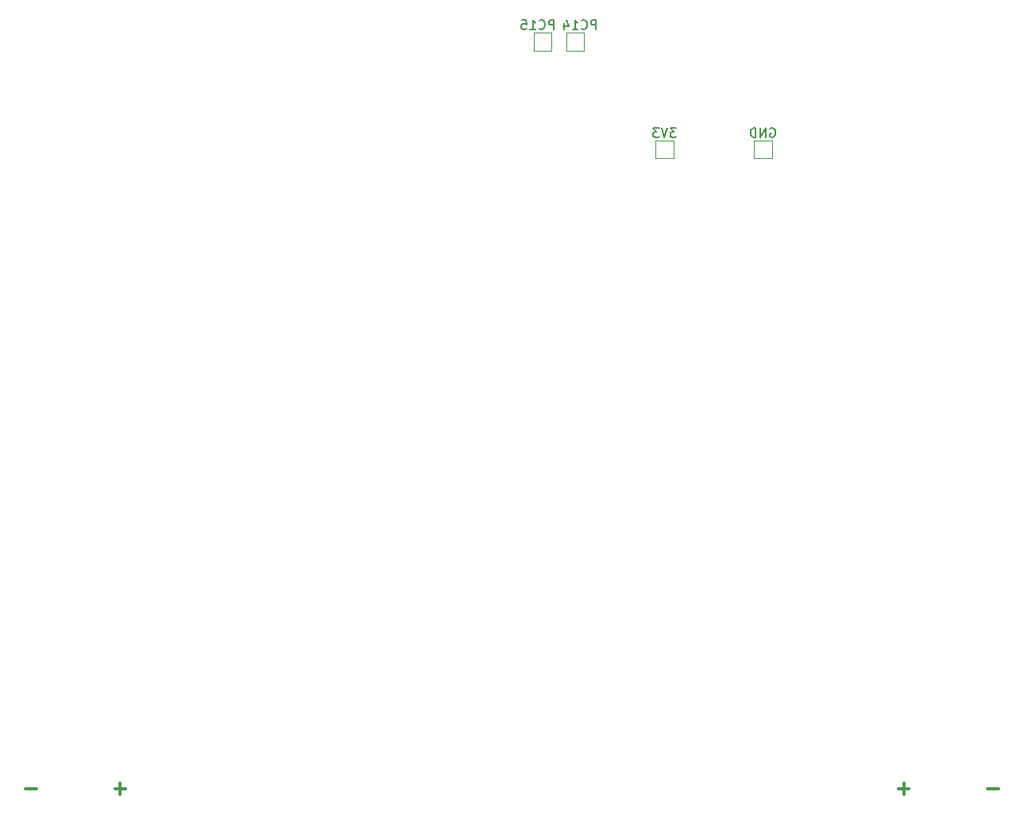
<source format=gbr>
%TF.GenerationSoftware,KiCad,Pcbnew,(5.1.9)-1*%
%TF.CreationDate,2021-02-01T23:54:36-05:00*%
%TF.ProjectId,Smart_Reciever_Max,536d6172-745f-4526-9563-69657665725f,v1*%
%TF.SameCoordinates,Original*%
%TF.FileFunction,Legend,Bot*%
%TF.FilePolarity,Positive*%
%FSLAX46Y46*%
G04 Gerber Fmt 4.6, Leading zero omitted, Abs format (unit mm)*
G04 Created by KiCad (PCBNEW (5.1.9)-1) date 2021-02-01 23:54:36*
%MOMM*%
%LPD*%
G01*
G04 APERTURE LIST*
%ADD10C,0.300000*%
%ADD11C,0.120000*%
%ADD12C,0.150000*%
G04 APERTURE END LIST*
D10*
X105428571Y-151392857D02*
X106571428Y-151392857D01*
X114928571Y-151392857D02*
X116071428Y-151392857D01*
X115500000Y-150821428D02*
X115500000Y-151964285D01*
X198428571Y-151392857D02*
X199571428Y-151392857D01*
X199000000Y-150821428D02*
X199000000Y-151964285D01*
X207928571Y-151392857D02*
X209071428Y-151392857D01*
D11*
%TO.C,TP4*%
X183050000Y-84200000D02*
X184950000Y-84200000D01*
X184950000Y-84200000D02*
X184950000Y-82300000D01*
X184950000Y-82300000D02*
X183050000Y-82300000D01*
X183050000Y-82300000D02*
X183050000Y-84200000D01*
%TO.C,TP3*%
X172550000Y-84200000D02*
X174450000Y-84200000D01*
X174450000Y-84200000D02*
X174450000Y-82300000D01*
X174450000Y-82300000D02*
X172550000Y-82300000D01*
X172550000Y-82300000D02*
X172550000Y-84200000D01*
%TO.C,TP2*%
X159550000Y-72700000D02*
X161450000Y-72700000D01*
X161450000Y-72700000D02*
X161450000Y-70800000D01*
X161450000Y-70800000D02*
X159550000Y-70800000D01*
X159550000Y-70800000D02*
X159550000Y-72700000D01*
%TO.C,TP1*%
X163050000Y-72700000D02*
X164950000Y-72700000D01*
X164950000Y-72700000D02*
X164950000Y-70800000D01*
X164950000Y-70800000D02*
X163050000Y-70800000D01*
X163050000Y-70800000D02*
X163050000Y-72700000D01*
%TO.C,TP4*%
D12*
X184761904Y-81000000D02*
X184857142Y-80952380D01*
X185000000Y-80952380D01*
X185142857Y-81000000D01*
X185238095Y-81095238D01*
X185285714Y-81190476D01*
X185333333Y-81380952D01*
X185333333Y-81523809D01*
X185285714Y-81714285D01*
X185238095Y-81809523D01*
X185142857Y-81904761D01*
X185000000Y-81952380D01*
X184904761Y-81952380D01*
X184761904Y-81904761D01*
X184714285Y-81857142D01*
X184714285Y-81523809D01*
X184904761Y-81523809D01*
X184285714Y-81952380D02*
X184285714Y-80952380D01*
X183714285Y-81952380D01*
X183714285Y-80952380D01*
X183238095Y-81952380D02*
X183238095Y-80952380D01*
X183000000Y-80952380D01*
X182857142Y-81000000D01*
X182761904Y-81095238D01*
X182714285Y-81190476D01*
X182666666Y-81380952D01*
X182666666Y-81523809D01*
X182714285Y-81714285D01*
X182761904Y-81809523D01*
X182857142Y-81904761D01*
X183000000Y-81952380D01*
X183238095Y-81952380D01*
%TO.C,TP3*%
X174738095Y-80952380D02*
X174119047Y-80952380D01*
X174452380Y-81333333D01*
X174309523Y-81333333D01*
X174214285Y-81380952D01*
X174166666Y-81428571D01*
X174119047Y-81523809D01*
X174119047Y-81761904D01*
X174166666Y-81857142D01*
X174214285Y-81904761D01*
X174309523Y-81952380D01*
X174595238Y-81952380D01*
X174690476Y-81904761D01*
X174738095Y-81857142D01*
X173833333Y-80952380D02*
X173500000Y-81952380D01*
X173166666Y-80952380D01*
X172928571Y-80952380D02*
X172309523Y-80952380D01*
X172642857Y-81333333D01*
X172500000Y-81333333D01*
X172404761Y-81380952D01*
X172357142Y-81428571D01*
X172309523Y-81523809D01*
X172309523Y-81761904D01*
X172357142Y-81857142D01*
X172404761Y-81904761D01*
X172500000Y-81952380D01*
X172785714Y-81952380D01*
X172880952Y-81904761D01*
X172928571Y-81857142D01*
%TO.C,TP2*%
X161714285Y-70452380D02*
X161714285Y-69452380D01*
X161333333Y-69452380D01*
X161238095Y-69500000D01*
X161190476Y-69547619D01*
X161142857Y-69642857D01*
X161142857Y-69785714D01*
X161190476Y-69880952D01*
X161238095Y-69928571D01*
X161333333Y-69976190D01*
X161714285Y-69976190D01*
X160142857Y-70357142D02*
X160190476Y-70404761D01*
X160333333Y-70452380D01*
X160428571Y-70452380D01*
X160571428Y-70404761D01*
X160666666Y-70309523D01*
X160714285Y-70214285D01*
X160761904Y-70023809D01*
X160761904Y-69880952D01*
X160714285Y-69690476D01*
X160666666Y-69595238D01*
X160571428Y-69500000D01*
X160428571Y-69452380D01*
X160333333Y-69452380D01*
X160190476Y-69500000D01*
X160142857Y-69547619D01*
X159190476Y-70452380D02*
X159761904Y-70452380D01*
X159476190Y-70452380D02*
X159476190Y-69452380D01*
X159571428Y-69595238D01*
X159666666Y-69690476D01*
X159761904Y-69738095D01*
X158285714Y-69452380D02*
X158761904Y-69452380D01*
X158809523Y-69928571D01*
X158761904Y-69880952D01*
X158666666Y-69833333D01*
X158428571Y-69833333D01*
X158333333Y-69880952D01*
X158285714Y-69928571D01*
X158238095Y-70023809D01*
X158238095Y-70261904D01*
X158285714Y-70357142D01*
X158333333Y-70404761D01*
X158428571Y-70452380D01*
X158666666Y-70452380D01*
X158761904Y-70404761D01*
X158809523Y-70357142D01*
%TO.C,TP1*%
X166214285Y-70452380D02*
X166214285Y-69452380D01*
X165833333Y-69452380D01*
X165738095Y-69500000D01*
X165690476Y-69547619D01*
X165642857Y-69642857D01*
X165642857Y-69785714D01*
X165690476Y-69880952D01*
X165738095Y-69928571D01*
X165833333Y-69976190D01*
X166214285Y-69976190D01*
X164642857Y-70357142D02*
X164690476Y-70404761D01*
X164833333Y-70452380D01*
X164928571Y-70452380D01*
X165071428Y-70404761D01*
X165166666Y-70309523D01*
X165214285Y-70214285D01*
X165261904Y-70023809D01*
X165261904Y-69880952D01*
X165214285Y-69690476D01*
X165166666Y-69595238D01*
X165071428Y-69500000D01*
X164928571Y-69452380D01*
X164833333Y-69452380D01*
X164690476Y-69500000D01*
X164642857Y-69547619D01*
X163690476Y-70452380D02*
X164261904Y-70452380D01*
X163976190Y-70452380D02*
X163976190Y-69452380D01*
X164071428Y-69595238D01*
X164166666Y-69690476D01*
X164261904Y-69738095D01*
X162833333Y-69785714D02*
X162833333Y-70452380D01*
X163071428Y-69404761D02*
X163309523Y-70119047D01*
X162690476Y-70119047D01*
%TD*%
M02*

</source>
